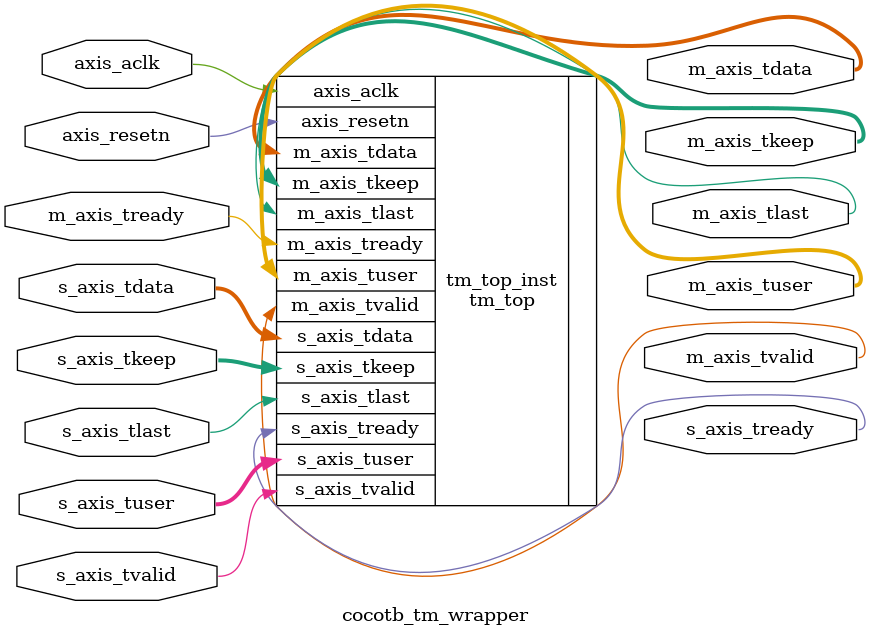
<source format=v>
/*******************************************************************************
 *  File:
 *        cocotb_tm_wrapper.v
 *
 *  Library:
 *
 *  Module:
 *        cocotb_tm_wrapper
 *
 *  Author:
 *        Stephen Ibanez
 * 		
 *  Description:
 *        This is the top-level module that ties together the skiplist(s) and packet
 *        storage.
 *
 */

module cocotb_tm_wrapper
#(
    // Pkt AXI Stream Data Width
    parameter C_M_AXIS_DATA_WIDTH  = 256,
    parameter C_S_AXIS_DATA_WIDTH  = 256,
    parameter C_M_AXIS_TUSER_WIDTH = 128,
    parameter C_S_AXIS_TUSER_WIDTH = 128,

    // max num pkts the pifo can store
    parameter PIFO_DEPTH = 64
)
(
    // Global Ports
    input                                      axis_aclk,
    input                                      axis_resetn,

    // Master Pkt Stream Ports (outgoing pkts) 
    output     [C_M_AXIS_DATA_WIDTH - 1:0]         m_axis_tdata,
    output     [((C_M_AXIS_DATA_WIDTH / 8)) - 1:0] m_axis_tkeep,
    output     [C_M_AXIS_TUSER_WIDTH-1:0]          m_axis_tuser,
    output                                         m_axis_tvalid,
    input                                          m_axis_tready,
    output                                         m_axis_tlast,

    // Slave Pkt Stream Ports (incomming pkts)
    input [C_S_AXIS_DATA_WIDTH - 1:0]              s_axis_tdata,
    input [((C_S_AXIS_DATA_WIDTH / 8)) - 1:0]      s_axis_tkeep,
    input [C_S_AXIS_TUSER_WIDTH-1:0]               s_axis_tuser,
    input                                          s_axis_tvalid,
    output                                         s_axis_tready,
    input                                          s_axis_tlast

);

   tm_top
   #(
       .PIFO_DEPTH  (PIFO_DEPTH)
   )
   tm_top_inst
   (
       // Global Ports
       .axis_aclk (axis_aclk),
       .axis_resetn (axis_resetn),
       // pkt_storage output pkts
       .m_axis_tdata  (m_axis_tdata),
       .m_axis_tkeep  (m_axis_tkeep),
       .m_axis_tuser  (m_axis_tuser),
       .m_axis_tvalid (m_axis_tvalid),
       .m_axis_tready (m_axis_tready),
       .m_axis_tlast  (m_axis_tlast),
       // pkt_storage input pkts
       .s_axis_tdata  (s_axis_tdata),
       .s_axis_tkeep  (s_axis_tkeep),
       .s_axis_tuser  (s_axis_tuser),
       .s_axis_tvalid (s_axis_tvalid),
       .s_axis_tready (s_axis_tready),
       .s_axis_tlast  (s_axis_tlast)
   );

endmodule // cocotb_tm_wrapper


</source>
